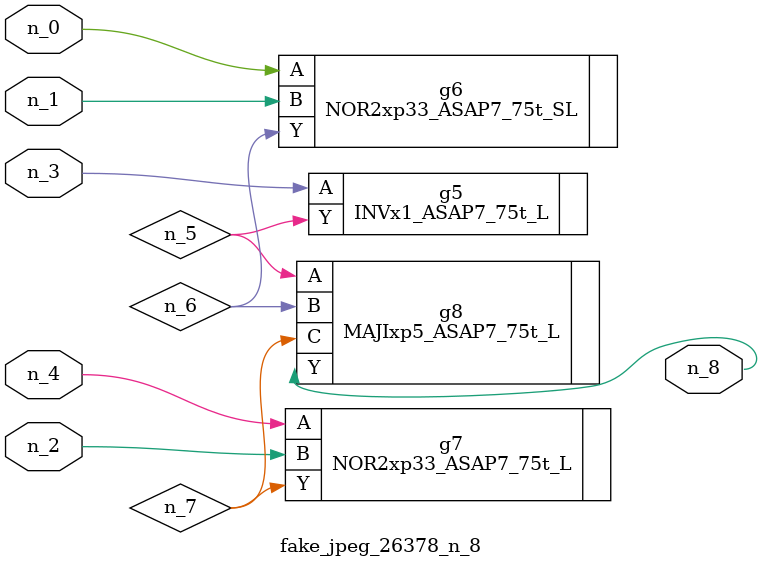
<source format=v>
module fake_jpeg_26378_n_8 (n_3, n_2, n_1, n_0, n_4, n_8);

input n_3;
input n_2;
input n_1;
input n_0;
input n_4;

output n_8;

wire n_6;
wire n_5;
wire n_7;

INVx1_ASAP7_75t_L g5 ( 
.A(n_3),
.Y(n_5)
);

NOR2xp33_ASAP7_75t_SL g6 ( 
.A(n_0),
.B(n_1),
.Y(n_6)
);

NOR2xp33_ASAP7_75t_L g7 ( 
.A(n_4),
.B(n_2),
.Y(n_7)
);

MAJIxp5_ASAP7_75t_L g8 ( 
.A(n_5),
.B(n_6),
.C(n_7),
.Y(n_8)
);


endmodule
</source>
